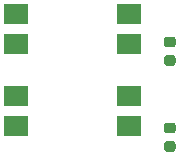
<source format=gbr>
G04 #@! TF.GenerationSoftware,KiCad,Pcbnew,(5.0.2)-1*
G04 #@! TF.CreationDate,2019-02-08T17:58:05-05:00*
G04 #@! TF.ProjectId,DC_DCBoard,44435f44-4342-46f6-9172-642e6b696361,rev?*
G04 #@! TF.SameCoordinates,Original*
G04 #@! TF.FileFunction,Paste,Bot*
G04 #@! TF.FilePolarity,Positive*
%FSLAX46Y46*%
G04 Gerber Fmt 4.6, Leading zero omitted, Abs format (unit mm)*
G04 Created by KiCad (PCBNEW (5.0.2)-1) date 2/8/2019 5:58:05 PM*
%MOMM*%
%LPD*%
G01*
G04 APERTURE LIST*
%ADD10C,0.100000*%
%ADD11C,0.875000*%
%ADD12R,2.000000X1.780000*%
G04 APERTURE END LIST*
D10*
G04 #@! TO.C,R8*
G36*
X126642691Y-96871053D02*
X126663926Y-96874203D01*
X126684750Y-96879419D01*
X126704962Y-96886651D01*
X126724368Y-96895830D01*
X126742781Y-96906866D01*
X126760024Y-96919654D01*
X126775930Y-96934070D01*
X126790346Y-96949976D01*
X126803134Y-96967219D01*
X126814170Y-96985632D01*
X126823349Y-97005038D01*
X126830581Y-97025250D01*
X126835797Y-97046074D01*
X126838947Y-97067309D01*
X126840000Y-97088750D01*
X126840000Y-97526250D01*
X126838947Y-97547691D01*
X126835797Y-97568926D01*
X126830581Y-97589750D01*
X126823349Y-97609962D01*
X126814170Y-97629368D01*
X126803134Y-97647781D01*
X126790346Y-97665024D01*
X126775930Y-97680930D01*
X126760024Y-97695346D01*
X126742781Y-97708134D01*
X126724368Y-97719170D01*
X126704962Y-97728349D01*
X126684750Y-97735581D01*
X126663926Y-97740797D01*
X126642691Y-97743947D01*
X126621250Y-97745000D01*
X126108750Y-97745000D01*
X126087309Y-97743947D01*
X126066074Y-97740797D01*
X126045250Y-97735581D01*
X126025038Y-97728349D01*
X126005632Y-97719170D01*
X125987219Y-97708134D01*
X125969976Y-97695346D01*
X125954070Y-97680930D01*
X125939654Y-97665024D01*
X125926866Y-97647781D01*
X125915830Y-97629368D01*
X125906651Y-97609962D01*
X125899419Y-97589750D01*
X125894203Y-97568926D01*
X125891053Y-97547691D01*
X125890000Y-97526250D01*
X125890000Y-97088750D01*
X125891053Y-97067309D01*
X125894203Y-97046074D01*
X125899419Y-97025250D01*
X125906651Y-97005038D01*
X125915830Y-96985632D01*
X125926866Y-96967219D01*
X125939654Y-96949976D01*
X125954070Y-96934070D01*
X125969976Y-96919654D01*
X125987219Y-96906866D01*
X126005632Y-96895830D01*
X126025038Y-96886651D01*
X126045250Y-96879419D01*
X126066074Y-96874203D01*
X126087309Y-96871053D01*
X126108750Y-96870000D01*
X126621250Y-96870000D01*
X126642691Y-96871053D01*
X126642691Y-96871053D01*
G37*
D11*
X126365000Y-97307500D03*
D10*
G36*
X126642691Y-98446053D02*
X126663926Y-98449203D01*
X126684750Y-98454419D01*
X126704962Y-98461651D01*
X126724368Y-98470830D01*
X126742781Y-98481866D01*
X126760024Y-98494654D01*
X126775930Y-98509070D01*
X126790346Y-98524976D01*
X126803134Y-98542219D01*
X126814170Y-98560632D01*
X126823349Y-98580038D01*
X126830581Y-98600250D01*
X126835797Y-98621074D01*
X126838947Y-98642309D01*
X126840000Y-98663750D01*
X126840000Y-99101250D01*
X126838947Y-99122691D01*
X126835797Y-99143926D01*
X126830581Y-99164750D01*
X126823349Y-99184962D01*
X126814170Y-99204368D01*
X126803134Y-99222781D01*
X126790346Y-99240024D01*
X126775930Y-99255930D01*
X126760024Y-99270346D01*
X126742781Y-99283134D01*
X126724368Y-99294170D01*
X126704962Y-99303349D01*
X126684750Y-99310581D01*
X126663926Y-99315797D01*
X126642691Y-99318947D01*
X126621250Y-99320000D01*
X126108750Y-99320000D01*
X126087309Y-99318947D01*
X126066074Y-99315797D01*
X126045250Y-99310581D01*
X126025038Y-99303349D01*
X126005632Y-99294170D01*
X125987219Y-99283134D01*
X125969976Y-99270346D01*
X125954070Y-99255930D01*
X125939654Y-99240024D01*
X125926866Y-99222781D01*
X125915830Y-99204368D01*
X125906651Y-99184962D01*
X125899419Y-99164750D01*
X125894203Y-99143926D01*
X125891053Y-99122691D01*
X125890000Y-99101250D01*
X125890000Y-98663750D01*
X125891053Y-98642309D01*
X125894203Y-98621074D01*
X125899419Y-98600250D01*
X125906651Y-98580038D01*
X125915830Y-98560632D01*
X125926866Y-98542219D01*
X125939654Y-98524976D01*
X125954070Y-98509070D01*
X125969976Y-98494654D01*
X125987219Y-98481866D01*
X126005632Y-98470830D01*
X126025038Y-98461651D01*
X126045250Y-98454419D01*
X126066074Y-98449203D01*
X126087309Y-98446053D01*
X126108750Y-98445000D01*
X126621250Y-98445000D01*
X126642691Y-98446053D01*
X126642691Y-98446053D01*
G37*
D11*
X126365000Y-98882500D03*
G04 #@! TD*
D10*
G04 #@! TO.C,R10*
G36*
X126642691Y-89581053D02*
X126663926Y-89584203D01*
X126684750Y-89589419D01*
X126704962Y-89596651D01*
X126724368Y-89605830D01*
X126742781Y-89616866D01*
X126760024Y-89629654D01*
X126775930Y-89644070D01*
X126790346Y-89659976D01*
X126803134Y-89677219D01*
X126814170Y-89695632D01*
X126823349Y-89715038D01*
X126830581Y-89735250D01*
X126835797Y-89756074D01*
X126838947Y-89777309D01*
X126840000Y-89798750D01*
X126840000Y-90236250D01*
X126838947Y-90257691D01*
X126835797Y-90278926D01*
X126830581Y-90299750D01*
X126823349Y-90319962D01*
X126814170Y-90339368D01*
X126803134Y-90357781D01*
X126790346Y-90375024D01*
X126775930Y-90390930D01*
X126760024Y-90405346D01*
X126742781Y-90418134D01*
X126724368Y-90429170D01*
X126704962Y-90438349D01*
X126684750Y-90445581D01*
X126663926Y-90450797D01*
X126642691Y-90453947D01*
X126621250Y-90455000D01*
X126108750Y-90455000D01*
X126087309Y-90453947D01*
X126066074Y-90450797D01*
X126045250Y-90445581D01*
X126025038Y-90438349D01*
X126005632Y-90429170D01*
X125987219Y-90418134D01*
X125969976Y-90405346D01*
X125954070Y-90390930D01*
X125939654Y-90375024D01*
X125926866Y-90357781D01*
X125915830Y-90339368D01*
X125906651Y-90319962D01*
X125899419Y-90299750D01*
X125894203Y-90278926D01*
X125891053Y-90257691D01*
X125890000Y-90236250D01*
X125890000Y-89798750D01*
X125891053Y-89777309D01*
X125894203Y-89756074D01*
X125899419Y-89735250D01*
X125906651Y-89715038D01*
X125915830Y-89695632D01*
X125926866Y-89677219D01*
X125939654Y-89659976D01*
X125954070Y-89644070D01*
X125969976Y-89629654D01*
X125987219Y-89616866D01*
X126005632Y-89605830D01*
X126025038Y-89596651D01*
X126045250Y-89589419D01*
X126066074Y-89584203D01*
X126087309Y-89581053D01*
X126108750Y-89580000D01*
X126621250Y-89580000D01*
X126642691Y-89581053D01*
X126642691Y-89581053D01*
G37*
D11*
X126365000Y-90017500D03*
D10*
G36*
X126642691Y-91156053D02*
X126663926Y-91159203D01*
X126684750Y-91164419D01*
X126704962Y-91171651D01*
X126724368Y-91180830D01*
X126742781Y-91191866D01*
X126760024Y-91204654D01*
X126775930Y-91219070D01*
X126790346Y-91234976D01*
X126803134Y-91252219D01*
X126814170Y-91270632D01*
X126823349Y-91290038D01*
X126830581Y-91310250D01*
X126835797Y-91331074D01*
X126838947Y-91352309D01*
X126840000Y-91373750D01*
X126840000Y-91811250D01*
X126838947Y-91832691D01*
X126835797Y-91853926D01*
X126830581Y-91874750D01*
X126823349Y-91894962D01*
X126814170Y-91914368D01*
X126803134Y-91932781D01*
X126790346Y-91950024D01*
X126775930Y-91965930D01*
X126760024Y-91980346D01*
X126742781Y-91993134D01*
X126724368Y-92004170D01*
X126704962Y-92013349D01*
X126684750Y-92020581D01*
X126663926Y-92025797D01*
X126642691Y-92028947D01*
X126621250Y-92030000D01*
X126108750Y-92030000D01*
X126087309Y-92028947D01*
X126066074Y-92025797D01*
X126045250Y-92020581D01*
X126025038Y-92013349D01*
X126005632Y-92004170D01*
X125987219Y-91993134D01*
X125969976Y-91980346D01*
X125954070Y-91965930D01*
X125939654Y-91950024D01*
X125926866Y-91932781D01*
X125915830Y-91914368D01*
X125906651Y-91894962D01*
X125899419Y-91874750D01*
X125894203Y-91853926D01*
X125891053Y-91832691D01*
X125890000Y-91811250D01*
X125890000Y-91373750D01*
X125891053Y-91352309D01*
X125894203Y-91331074D01*
X125899419Y-91310250D01*
X125906651Y-91290038D01*
X125915830Y-91270632D01*
X125926866Y-91252219D01*
X125939654Y-91234976D01*
X125954070Y-91219070D01*
X125969976Y-91204654D01*
X125987219Y-91191866D01*
X126005632Y-91180830D01*
X126025038Y-91171651D01*
X126045250Y-91164419D01*
X126066074Y-91159203D01*
X126087309Y-91156053D01*
X126108750Y-91155000D01*
X126621250Y-91155000D01*
X126642691Y-91156053D01*
X126642691Y-91156053D01*
G37*
D11*
X126365000Y-91592500D03*
G04 #@! TD*
D12*
G04 #@! TO.C,U2*
X113345000Y-87630000D03*
X122875000Y-90170000D03*
X113345000Y-90170000D03*
X122875000Y-87630000D03*
G04 #@! TD*
G04 #@! TO.C,U4*
X113345000Y-94615000D03*
X122875000Y-97155000D03*
X113345000Y-97155000D03*
X122875000Y-94615000D03*
G04 #@! TD*
M02*

</source>
